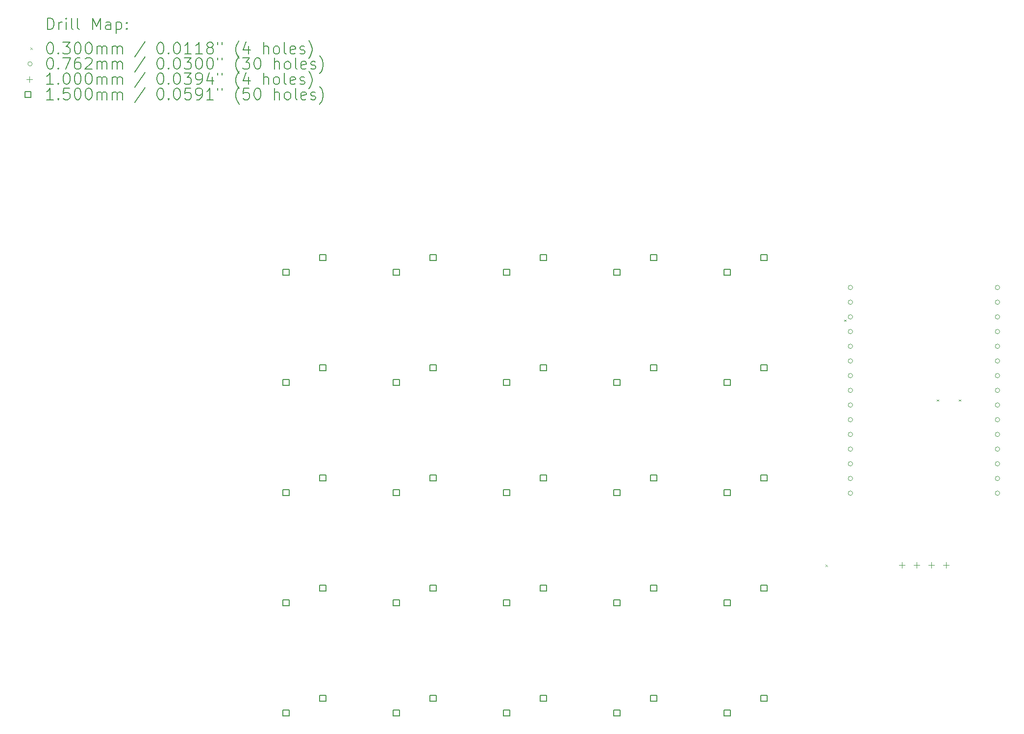
<source format=gbr>
%TF.GenerationSoftware,KiCad,Pcbnew,8.0.6*%
%TF.CreationDate,2024-10-21T09:57:55+07:00*%
%TF.ProjectId,CaiPad25_ESP32,43616950-6164-4323-955f-45535033322e,rev?*%
%TF.SameCoordinates,Original*%
%TF.FileFunction,Drillmap*%
%TF.FilePolarity,Positive*%
%FSLAX45Y45*%
G04 Gerber Fmt 4.5, Leading zero omitted, Abs format (unit mm)*
G04 Created by KiCad (PCBNEW 8.0.6) date 2024-10-21 09:57:55*
%MOMM*%
%LPD*%
G01*
G04 APERTURE LIST*
%ADD10C,0.200000*%
%ADD11C,0.100000*%
%ADD12C,0.150000*%
G04 APERTURE END LIST*
D10*
D11*
X13705000Y-9565000D02*
X13735000Y-9595000D01*
X13735000Y-9565000D02*
X13705000Y-9595000D01*
X14025000Y-5325000D02*
X14055000Y-5355000D01*
X14055000Y-5325000D02*
X14025000Y-5355000D01*
X15625000Y-6705000D02*
X15655000Y-6735000D01*
X15655000Y-6705000D02*
X15625000Y-6735000D01*
X16005000Y-6705000D02*
X16035000Y-6735000D01*
X16035000Y-6705000D02*
X16005000Y-6735000D01*
X14169521Y-4771421D02*
G75*
G02*
X14093321Y-4771421I-38100J0D01*
G01*
X14093321Y-4771421D02*
G75*
G02*
X14169521Y-4771421I38100J0D01*
G01*
X14169521Y-5025421D02*
G75*
G02*
X14093321Y-5025421I-38100J0D01*
G01*
X14093321Y-5025421D02*
G75*
G02*
X14169521Y-5025421I38100J0D01*
G01*
X14169521Y-5279421D02*
G75*
G02*
X14093321Y-5279421I-38100J0D01*
G01*
X14093321Y-5279421D02*
G75*
G02*
X14169521Y-5279421I38100J0D01*
G01*
X14169521Y-5533421D02*
G75*
G02*
X14093321Y-5533421I-38100J0D01*
G01*
X14093321Y-5533421D02*
G75*
G02*
X14169521Y-5533421I38100J0D01*
G01*
X14169521Y-5787421D02*
G75*
G02*
X14093321Y-5787421I-38100J0D01*
G01*
X14093321Y-5787421D02*
G75*
G02*
X14169521Y-5787421I38100J0D01*
G01*
X14169521Y-6041421D02*
G75*
G02*
X14093321Y-6041421I-38100J0D01*
G01*
X14093321Y-6041421D02*
G75*
G02*
X14169521Y-6041421I38100J0D01*
G01*
X14169521Y-6295421D02*
G75*
G02*
X14093321Y-6295421I-38100J0D01*
G01*
X14093321Y-6295421D02*
G75*
G02*
X14169521Y-6295421I38100J0D01*
G01*
X14169521Y-6549421D02*
G75*
G02*
X14093321Y-6549421I-38100J0D01*
G01*
X14093321Y-6549421D02*
G75*
G02*
X14169521Y-6549421I38100J0D01*
G01*
X14169521Y-6803421D02*
G75*
G02*
X14093321Y-6803421I-38100J0D01*
G01*
X14093321Y-6803421D02*
G75*
G02*
X14169521Y-6803421I38100J0D01*
G01*
X14169521Y-7057421D02*
G75*
G02*
X14093321Y-7057421I-38100J0D01*
G01*
X14093321Y-7057421D02*
G75*
G02*
X14169521Y-7057421I38100J0D01*
G01*
X14169521Y-7311421D02*
G75*
G02*
X14093321Y-7311421I-38100J0D01*
G01*
X14093321Y-7311421D02*
G75*
G02*
X14169521Y-7311421I38100J0D01*
G01*
X14169521Y-7565421D02*
G75*
G02*
X14093321Y-7565421I-38100J0D01*
G01*
X14093321Y-7565421D02*
G75*
G02*
X14169521Y-7565421I38100J0D01*
G01*
X14169521Y-7819421D02*
G75*
G02*
X14093321Y-7819421I-38100J0D01*
G01*
X14093321Y-7819421D02*
G75*
G02*
X14169521Y-7819421I38100J0D01*
G01*
X14169521Y-8073421D02*
G75*
G02*
X14093321Y-8073421I-38100J0D01*
G01*
X14093321Y-8073421D02*
G75*
G02*
X14169521Y-8073421I38100J0D01*
G01*
X14169521Y-8327421D02*
G75*
G02*
X14093321Y-8327421I-38100J0D01*
G01*
X14093321Y-8327421D02*
G75*
G02*
X14169521Y-8327421I38100J0D01*
G01*
X16709521Y-4771421D02*
G75*
G02*
X16633321Y-4771421I-38100J0D01*
G01*
X16633321Y-4771421D02*
G75*
G02*
X16709521Y-4771421I38100J0D01*
G01*
X16709521Y-5025421D02*
G75*
G02*
X16633321Y-5025421I-38100J0D01*
G01*
X16633321Y-5025421D02*
G75*
G02*
X16709521Y-5025421I38100J0D01*
G01*
X16709521Y-5279421D02*
G75*
G02*
X16633321Y-5279421I-38100J0D01*
G01*
X16633321Y-5279421D02*
G75*
G02*
X16709521Y-5279421I38100J0D01*
G01*
X16709521Y-5533421D02*
G75*
G02*
X16633321Y-5533421I-38100J0D01*
G01*
X16633321Y-5533421D02*
G75*
G02*
X16709521Y-5533421I38100J0D01*
G01*
X16709521Y-5787421D02*
G75*
G02*
X16633321Y-5787421I-38100J0D01*
G01*
X16633321Y-5787421D02*
G75*
G02*
X16709521Y-5787421I38100J0D01*
G01*
X16709521Y-6041421D02*
G75*
G02*
X16633321Y-6041421I-38100J0D01*
G01*
X16633321Y-6041421D02*
G75*
G02*
X16709521Y-6041421I38100J0D01*
G01*
X16709521Y-6295421D02*
G75*
G02*
X16633321Y-6295421I-38100J0D01*
G01*
X16633321Y-6295421D02*
G75*
G02*
X16709521Y-6295421I38100J0D01*
G01*
X16709521Y-6549421D02*
G75*
G02*
X16633321Y-6549421I-38100J0D01*
G01*
X16633321Y-6549421D02*
G75*
G02*
X16709521Y-6549421I38100J0D01*
G01*
X16709521Y-6803421D02*
G75*
G02*
X16633321Y-6803421I-38100J0D01*
G01*
X16633321Y-6803421D02*
G75*
G02*
X16709521Y-6803421I38100J0D01*
G01*
X16709521Y-7057421D02*
G75*
G02*
X16633321Y-7057421I-38100J0D01*
G01*
X16633321Y-7057421D02*
G75*
G02*
X16709521Y-7057421I38100J0D01*
G01*
X16709521Y-7311421D02*
G75*
G02*
X16633321Y-7311421I-38100J0D01*
G01*
X16633321Y-7311421D02*
G75*
G02*
X16709521Y-7311421I38100J0D01*
G01*
X16709521Y-7565421D02*
G75*
G02*
X16633321Y-7565421I-38100J0D01*
G01*
X16633321Y-7565421D02*
G75*
G02*
X16709521Y-7565421I38100J0D01*
G01*
X16709521Y-7819421D02*
G75*
G02*
X16633321Y-7819421I-38100J0D01*
G01*
X16633321Y-7819421D02*
G75*
G02*
X16709521Y-7819421I38100J0D01*
G01*
X16709521Y-8073421D02*
G75*
G02*
X16633321Y-8073421I-38100J0D01*
G01*
X16633321Y-8073421D02*
G75*
G02*
X16709521Y-8073421I38100J0D01*
G01*
X16709521Y-8327421D02*
G75*
G02*
X16633321Y-8327421I-38100J0D01*
G01*
X16633321Y-8327421D02*
G75*
G02*
X16709521Y-8327421I38100J0D01*
G01*
X15019000Y-9517000D02*
X15019000Y-9617000D01*
X14969000Y-9567000D02*
X15069000Y-9567000D01*
X15273000Y-9517000D02*
X15273000Y-9617000D01*
X15223000Y-9567000D02*
X15323000Y-9567000D01*
X15527000Y-9517000D02*
X15527000Y-9617000D01*
X15477000Y-9567000D02*
X15577000Y-9567000D01*
X15781000Y-9517000D02*
X15781000Y-9617000D01*
X15731000Y-9567000D02*
X15831000Y-9567000D01*
D12*
X4434534Y-4561534D02*
X4434534Y-4455467D01*
X4328467Y-4455467D01*
X4328467Y-4561534D01*
X4434534Y-4561534D01*
X4434534Y-6466533D02*
X4434534Y-6360466D01*
X4328467Y-6360466D01*
X4328467Y-6466533D01*
X4434534Y-6466533D01*
X4434534Y-8371533D02*
X4434534Y-8265466D01*
X4328467Y-8265466D01*
X4328467Y-8371533D01*
X4434534Y-8371533D01*
X4434534Y-10276534D02*
X4434534Y-10170467D01*
X4328467Y-10170467D01*
X4328467Y-10276534D01*
X4434534Y-10276534D01*
X4434534Y-12181533D02*
X4434534Y-12075466D01*
X4328467Y-12075466D01*
X4328467Y-12181533D01*
X4434534Y-12181533D01*
X5069534Y-4307534D02*
X5069534Y-4201467D01*
X4963467Y-4201467D01*
X4963467Y-4307534D01*
X5069534Y-4307534D01*
X5069534Y-6212533D02*
X5069534Y-6106466D01*
X4963467Y-6106466D01*
X4963467Y-6212533D01*
X5069534Y-6212533D01*
X5069534Y-8117533D02*
X5069534Y-8011466D01*
X4963467Y-8011466D01*
X4963467Y-8117533D01*
X5069534Y-8117533D01*
X5069534Y-10022534D02*
X5069534Y-9916467D01*
X4963467Y-9916467D01*
X4963467Y-10022534D01*
X5069534Y-10022534D01*
X5069534Y-11927533D02*
X5069534Y-11821466D01*
X4963467Y-11821466D01*
X4963467Y-11927533D01*
X5069534Y-11927533D01*
X6339533Y-4561534D02*
X6339533Y-4455467D01*
X6233466Y-4455467D01*
X6233466Y-4561534D01*
X6339533Y-4561534D01*
X6339533Y-6466533D02*
X6339533Y-6360466D01*
X6233466Y-6360466D01*
X6233466Y-6466533D01*
X6339533Y-6466533D01*
X6339533Y-8371533D02*
X6339533Y-8265466D01*
X6233466Y-8265466D01*
X6233466Y-8371533D01*
X6339533Y-8371533D01*
X6339533Y-10276534D02*
X6339533Y-10170467D01*
X6233466Y-10170467D01*
X6233466Y-10276534D01*
X6339533Y-10276534D01*
X6339533Y-12181533D02*
X6339533Y-12075466D01*
X6233466Y-12075466D01*
X6233466Y-12181533D01*
X6339533Y-12181533D01*
X6974533Y-4307534D02*
X6974533Y-4201467D01*
X6868466Y-4201467D01*
X6868466Y-4307534D01*
X6974533Y-4307534D01*
X6974533Y-6212533D02*
X6974533Y-6106466D01*
X6868466Y-6106466D01*
X6868466Y-6212533D01*
X6974533Y-6212533D01*
X6974533Y-8117533D02*
X6974533Y-8011466D01*
X6868466Y-8011466D01*
X6868466Y-8117533D01*
X6974533Y-8117533D01*
X6974533Y-10022534D02*
X6974533Y-9916467D01*
X6868466Y-9916467D01*
X6868466Y-10022534D01*
X6974533Y-10022534D01*
X6974533Y-11927533D02*
X6974533Y-11821466D01*
X6868466Y-11821466D01*
X6868466Y-11927533D01*
X6974533Y-11927533D01*
X8244533Y-4561534D02*
X8244533Y-4455467D01*
X8138466Y-4455467D01*
X8138466Y-4561534D01*
X8244533Y-4561534D01*
X8244533Y-6466533D02*
X8244533Y-6360466D01*
X8138466Y-6360466D01*
X8138466Y-6466533D01*
X8244533Y-6466533D01*
X8244533Y-8371533D02*
X8244533Y-8265466D01*
X8138466Y-8265466D01*
X8138466Y-8371533D01*
X8244533Y-8371533D01*
X8244533Y-10276534D02*
X8244533Y-10170467D01*
X8138466Y-10170467D01*
X8138466Y-10276534D01*
X8244533Y-10276534D01*
X8244533Y-12181533D02*
X8244533Y-12075466D01*
X8138466Y-12075466D01*
X8138466Y-12181533D01*
X8244533Y-12181533D01*
X8879534Y-4307534D02*
X8879534Y-4201467D01*
X8773467Y-4201467D01*
X8773467Y-4307534D01*
X8879534Y-4307534D01*
X8879534Y-6212533D02*
X8879534Y-6106466D01*
X8773467Y-6106466D01*
X8773467Y-6212533D01*
X8879534Y-6212533D01*
X8879534Y-8117533D02*
X8879534Y-8011466D01*
X8773467Y-8011466D01*
X8773467Y-8117533D01*
X8879534Y-8117533D01*
X8879534Y-10022534D02*
X8879534Y-9916467D01*
X8773467Y-9916467D01*
X8773467Y-10022534D01*
X8879534Y-10022534D01*
X8879534Y-11927533D02*
X8879534Y-11821466D01*
X8773467Y-11821466D01*
X8773467Y-11927533D01*
X8879534Y-11927533D01*
X10149534Y-4561534D02*
X10149534Y-4455467D01*
X10043467Y-4455467D01*
X10043467Y-4561534D01*
X10149534Y-4561534D01*
X10149534Y-6466533D02*
X10149534Y-6360466D01*
X10043467Y-6360466D01*
X10043467Y-6466533D01*
X10149534Y-6466533D01*
X10149534Y-8371533D02*
X10149534Y-8265466D01*
X10043467Y-8265466D01*
X10043467Y-8371533D01*
X10149534Y-8371533D01*
X10149534Y-10276534D02*
X10149534Y-10170467D01*
X10043467Y-10170467D01*
X10043467Y-10276534D01*
X10149534Y-10276534D01*
X10149534Y-12181533D02*
X10149534Y-12075466D01*
X10043467Y-12075466D01*
X10043467Y-12181533D01*
X10149534Y-12181533D01*
X10784534Y-4307534D02*
X10784534Y-4201467D01*
X10678467Y-4201467D01*
X10678467Y-4307534D01*
X10784534Y-4307534D01*
X10784534Y-6212533D02*
X10784534Y-6106466D01*
X10678467Y-6106466D01*
X10678467Y-6212533D01*
X10784534Y-6212533D01*
X10784534Y-8117533D02*
X10784534Y-8011466D01*
X10678467Y-8011466D01*
X10678467Y-8117533D01*
X10784534Y-8117533D01*
X10784534Y-10022534D02*
X10784534Y-9916467D01*
X10678467Y-9916467D01*
X10678467Y-10022534D01*
X10784534Y-10022534D01*
X10784534Y-11927533D02*
X10784534Y-11821466D01*
X10678467Y-11821466D01*
X10678467Y-11927533D01*
X10784534Y-11927533D01*
X12054533Y-4561534D02*
X12054533Y-4455467D01*
X11948466Y-4455467D01*
X11948466Y-4561534D01*
X12054533Y-4561534D01*
X12054533Y-6466533D02*
X12054533Y-6360466D01*
X11948466Y-6360466D01*
X11948466Y-6466533D01*
X12054533Y-6466533D01*
X12054533Y-8371533D02*
X12054533Y-8265466D01*
X11948466Y-8265466D01*
X11948466Y-8371533D01*
X12054533Y-8371533D01*
X12054533Y-10276534D02*
X12054533Y-10170467D01*
X11948466Y-10170467D01*
X11948466Y-10276534D01*
X12054533Y-10276534D01*
X12054533Y-12181533D02*
X12054533Y-12075466D01*
X11948466Y-12075466D01*
X11948466Y-12181533D01*
X12054533Y-12181533D01*
X12689533Y-4307534D02*
X12689533Y-4201467D01*
X12583466Y-4201467D01*
X12583466Y-4307534D01*
X12689533Y-4307534D01*
X12689533Y-6212533D02*
X12689533Y-6106466D01*
X12583466Y-6106466D01*
X12583466Y-6212533D01*
X12689533Y-6212533D01*
X12689533Y-8117533D02*
X12689533Y-8011466D01*
X12583466Y-8011466D01*
X12583466Y-8117533D01*
X12689533Y-8117533D01*
X12689533Y-10022534D02*
X12689533Y-9916467D01*
X12583466Y-9916467D01*
X12583466Y-10022534D01*
X12689533Y-10022534D01*
X12689533Y-11927533D02*
X12689533Y-11821466D01*
X12583466Y-11821466D01*
X12583466Y-11927533D01*
X12689533Y-11927533D01*
D10*
X260777Y-311484D02*
X260777Y-111484D01*
X260777Y-111484D02*
X308396Y-111484D01*
X308396Y-111484D02*
X336967Y-121008D01*
X336967Y-121008D02*
X356015Y-140055D01*
X356015Y-140055D02*
X365539Y-159103D01*
X365539Y-159103D02*
X375062Y-197198D01*
X375062Y-197198D02*
X375062Y-225769D01*
X375062Y-225769D02*
X365539Y-263865D01*
X365539Y-263865D02*
X356015Y-282912D01*
X356015Y-282912D02*
X336967Y-301960D01*
X336967Y-301960D02*
X308396Y-311484D01*
X308396Y-311484D02*
X260777Y-311484D01*
X460777Y-311484D02*
X460777Y-178150D01*
X460777Y-216246D02*
X470301Y-197198D01*
X470301Y-197198D02*
X479824Y-187674D01*
X479824Y-187674D02*
X498872Y-178150D01*
X498872Y-178150D02*
X517920Y-178150D01*
X584586Y-311484D02*
X584586Y-178150D01*
X584586Y-111484D02*
X575063Y-121008D01*
X575063Y-121008D02*
X584586Y-130531D01*
X584586Y-130531D02*
X594110Y-121008D01*
X594110Y-121008D02*
X584586Y-111484D01*
X584586Y-111484D02*
X584586Y-130531D01*
X708396Y-311484D02*
X689348Y-301960D01*
X689348Y-301960D02*
X679824Y-282912D01*
X679824Y-282912D02*
X679824Y-111484D01*
X813158Y-311484D02*
X794110Y-301960D01*
X794110Y-301960D02*
X784586Y-282912D01*
X784586Y-282912D02*
X784586Y-111484D01*
X1041729Y-311484D02*
X1041729Y-111484D01*
X1041729Y-111484D02*
X1108396Y-254341D01*
X1108396Y-254341D02*
X1175063Y-111484D01*
X1175063Y-111484D02*
X1175063Y-311484D01*
X1356015Y-311484D02*
X1356015Y-206722D01*
X1356015Y-206722D02*
X1346491Y-187674D01*
X1346491Y-187674D02*
X1327444Y-178150D01*
X1327444Y-178150D02*
X1289348Y-178150D01*
X1289348Y-178150D02*
X1270301Y-187674D01*
X1356015Y-301960D02*
X1336967Y-311484D01*
X1336967Y-311484D02*
X1289348Y-311484D01*
X1289348Y-311484D02*
X1270301Y-301960D01*
X1270301Y-301960D02*
X1260777Y-282912D01*
X1260777Y-282912D02*
X1260777Y-263865D01*
X1260777Y-263865D02*
X1270301Y-244817D01*
X1270301Y-244817D02*
X1289348Y-235293D01*
X1289348Y-235293D02*
X1336967Y-235293D01*
X1336967Y-235293D02*
X1356015Y-225769D01*
X1451253Y-178150D02*
X1451253Y-378150D01*
X1451253Y-187674D02*
X1470301Y-178150D01*
X1470301Y-178150D02*
X1508396Y-178150D01*
X1508396Y-178150D02*
X1527443Y-187674D01*
X1527443Y-187674D02*
X1536967Y-197198D01*
X1536967Y-197198D02*
X1546491Y-216246D01*
X1546491Y-216246D02*
X1546491Y-273389D01*
X1546491Y-273389D02*
X1536967Y-292436D01*
X1536967Y-292436D02*
X1527443Y-301960D01*
X1527443Y-301960D02*
X1508396Y-311484D01*
X1508396Y-311484D02*
X1470301Y-311484D01*
X1470301Y-311484D02*
X1451253Y-301960D01*
X1632205Y-292436D02*
X1641729Y-301960D01*
X1641729Y-301960D02*
X1632205Y-311484D01*
X1632205Y-311484D02*
X1622682Y-301960D01*
X1622682Y-301960D02*
X1632205Y-292436D01*
X1632205Y-292436D02*
X1632205Y-311484D01*
X1632205Y-187674D02*
X1641729Y-197198D01*
X1641729Y-197198D02*
X1632205Y-206722D01*
X1632205Y-206722D02*
X1622682Y-197198D01*
X1622682Y-197198D02*
X1632205Y-187674D01*
X1632205Y-187674D02*
X1632205Y-206722D01*
D11*
X-30000Y-625000D02*
X0Y-655000D01*
X0Y-625000D02*
X-30000Y-655000D01*
D10*
X298872Y-531484D02*
X317920Y-531484D01*
X317920Y-531484D02*
X336967Y-541008D01*
X336967Y-541008D02*
X346491Y-550531D01*
X346491Y-550531D02*
X356015Y-569579D01*
X356015Y-569579D02*
X365539Y-607674D01*
X365539Y-607674D02*
X365539Y-655293D01*
X365539Y-655293D02*
X356015Y-693389D01*
X356015Y-693389D02*
X346491Y-712436D01*
X346491Y-712436D02*
X336967Y-721960D01*
X336967Y-721960D02*
X317920Y-731484D01*
X317920Y-731484D02*
X298872Y-731484D01*
X298872Y-731484D02*
X279824Y-721960D01*
X279824Y-721960D02*
X270301Y-712436D01*
X270301Y-712436D02*
X260777Y-693389D01*
X260777Y-693389D02*
X251253Y-655293D01*
X251253Y-655293D02*
X251253Y-607674D01*
X251253Y-607674D02*
X260777Y-569579D01*
X260777Y-569579D02*
X270301Y-550531D01*
X270301Y-550531D02*
X279824Y-541008D01*
X279824Y-541008D02*
X298872Y-531484D01*
X451253Y-712436D02*
X460777Y-721960D01*
X460777Y-721960D02*
X451253Y-731484D01*
X451253Y-731484D02*
X441729Y-721960D01*
X441729Y-721960D02*
X451253Y-712436D01*
X451253Y-712436D02*
X451253Y-731484D01*
X527444Y-531484D02*
X651253Y-531484D01*
X651253Y-531484D02*
X584586Y-607674D01*
X584586Y-607674D02*
X613158Y-607674D01*
X613158Y-607674D02*
X632205Y-617198D01*
X632205Y-617198D02*
X641729Y-626722D01*
X641729Y-626722D02*
X651253Y-645770D01*
X651253Y-645770D02*
X651253Y-693389D01*
X651253Y-693389D02*
X641729Y-712436D01*
X641729Y-712436D02*
X632205Y-721960D01*
X632205Y-721960D02*
X613158Y-731484D01*
X613158Y-731484D02*
X556015Y-731484D01*
X556015Y-731484D02*
X536967Y-721960D01*
X536967Y-721960D02*
X527444Y-712436D01*
X775062Y-531484D02*
X794110Y-531484D01*
X794110Y-531484D02*
X813158Y-541008D01*
X813158Y-541008D02*
X822682Y-550531D01*
X822682Y-550531D02*
X832205Y-569579D01*
X832205Y-569579D02*
X841729Y-607674D01*
X841729Y-607674D02*
X841729Y-655293D01*
X841729Y-655293D02*
X832205Y-693389D01*
X832205Y-693389D02*
X822682Y-712436D01*
X822682Y-712436D02*
X813158Y-721960D01*
X813158Y-721960D02*
X794110Y-731484D01*
X794110Y-731484D02*
X775062Y-731484D01*
X775062Y-731484D02*
X756015Y-721960D01*
X756015Y-721960D02*
X746491Y-712436D01*
X746491Y-712436D02*
X736967Y-693389D01*
X736967Y-693389D02*
X727443Y-655293D01*
X727443Y-655293D02*
X727443Y-607674D01*
X727443Y-607674D02*
X736967Y-569579D01*
X736967Y-569579D02*
X746491Y-550531D01*
X746491Y-550531D02*
X756015Y-541008D01*
X756015Y-541008D02*
X775062Y-531484D01*
X965539Y-531484D02*
X984586Y-531484D01*
X984586Y-531484D02*
X1003634Y-541008D01*
X1003634Y-541008D02*
X1013158Y-550531D01*
X1013158Y-550531D02*
X1022682Y-569579D01*
X1022682Y-569579D02*
X1032205Y-607674D01*
X1032205Y-607674D02*
X1032205Y-655293D01*
X1032205Y-655293D02*
X1022682Y-693389D01*
X1022682Y-693389D02*
X1013158Y-712436D01*
X1013158Y-712436D02*
X1003634Y-721960D01*
X1003634Y-721960D02*
X984586Y-731484D01*
X984586Y-731484D02*
X965539Y-731484D01*
X965539Y-731484D02*
X946491Y-721960D01*
X946491Y-721960D02*
X936967Y-712436D01*
X936967Y-712436D02*
X927443Y-693389D01*
X927443Y-693389D02*
X917920Y-655293D01*
X917920Y-655293D02*
X917920Y-607674D01*
X917920Y-607674D02*
X927443Y-569579D01*
X927443Y-569579D02*
X936967Y-550531D01*
X936967Y-550531D02*
X946491Y-541008D01*
X946491Y-541008D02*
X965539Y-531484D01*
X1117920Y-731484D02*
X1117920Y-598150D01*
X1117920Y-617198D02*
X1127444Y-607674D01*
X1127444Y-607674D02*
X1146491Y-598150D01*
X1146491Y-598150D02*
X1175063Y-598150D01*
X1175063Y-598150D02*
X1194110Y-607674D01*
X1194110Y-607674D02*
X1203634Y-626722D01*
X1203634Y-626722D02*
X1203634Y-731484D01*
X1203634Y-626722D02*
X1213158Y-607674D01*
X1213158Y-607674D02*
X1232205Y-598150D01*
X1232205Y-598150D02*
X1260777Y-598150D01*
X1260777Y-598150D02*
X1279825Y-607674D01*
X1279825Y-607674D02*
X1289348Y-626722D01*
X1289348Y-626722D02*
X1289348Y-731484D01*
X1384586Y-731484D02*
X1384586Y-598150D01*
X1384586Y-617198D02*
X1394110Y-607674D01*
X1394110Y-607674D02*
X1413158Y-598150D01*
X1413158Y-598150D02*
X1441729Y-598150D01*
X1441729Y-598150D02*
X1460777Y-607674D01*
X1460777Y-607674D02*
X1470301Y-626722D01*
X1470301Y-626722D02*
X1470301Y-731484D01*
X1470301Y-626722D02*
X1479824Y-607674D01*
X1479824Y-607674D02*
X1498872Y-598150D01*
X1498872Y-598150D02*
X1527443Y-598150D01*
X1527443Y-598150D02*
X1546491Y-607674D01*
X1546491Y-607674D02*
X1556015Y-626722D01*
X1556015Y-626722D02*
X1556015Y-731484D01*
X1946491Y-521960D02*
X1775063Y-779103D01*
X2203634Y-531484D02*
X2222682Y-531484D01*
X2222682Y-531484D02*
X2241729Y-541008D01*
X2241729Y-541008D02*
X2251253Y-550531D01*
X2251253Y-550531D02*
X2260777Y-569579D01*
X2260777Y-569579D02*
X2270301Y-607674D01*
X2270301Y-607674D02*
X2270301Y-655293D01*
X2270301Y-655293D02*
X2260777Y-693389D01*
X2260777Y-693389D02*
X2251253Y-712436D01*
X2251253Y-712436D02*
X2241729Y-721960D01*
X2241729Y-721960D02*
X2222682Y-731484D01*
X2222682Y-731484D02*
X2203634Y-731484D01*
X2203634Y-731484D02*
X2184587Y-721960D01*
X2184587Y-721960D02*
X2175063Y-712436D01*
X2175063Y-712436D02*
X2165539Y-693389D01*
X2165539Y-693389D02*
X2156015Y-655293D01*
X2156015Y-655293D02*
X2156015Y-607674D01*
X2156015Y-607674D02*
X2165539Y-569579D01*
X2165539Y-569579D02*
X2175063Y-550531D01*
X2175063Y-550531D02*
X2184587Y-541008D01*
X2184587Y-541008D02*
X2203634Y-531484D01*
X2356015Y-712436D02*
X2365539Y-721960D01*
X2365539Y-721960D02*
X2356015Y-731484D01*
X2356015Y-731484D02*
X2346491Y-721960D01*
X2346491Y-721960D02*
X2356015Y-712436D01*
X2356015Y-712436D02*
X2356015Y-731484D01*
X2489348Y-531484D02*
X2508396Y-531484D01*
X2508396Y-531484D02*
X2527444Y-541008D01*
X2527444Y-541008D02*
X2536968Y-550531D01*
X2536968Y-550531D02*
X2546491Y-569579D01*
X2546491Y-569579D02*
X2556015Y-607674D01*
X2556015Y-607674D02*
X2556015Y-655293D01*
X2556015Y-655293D02*
X2546491Y-693389D01*
X2546491Y-693389D02*
X2536968Y-712436D01*
X2536968Y-712436D02*
X2527444Y-721960D01*
X2527444Y-721960D02*
X2508396Y-731484D01*
X2508396Y-731484D02*
X2489348Y-731484D01*
X2489348Y-731484D02*
X2470301Y-721960D01*
X2470301Y-721960D02*
X2460777Y-712436D01*
X2460777Y-712436D02*
X2451253Y-693389D01*
X2451253Y-693389D02*
X2441729Y-655293D01*
X2441729Y-655293D02*
X2441729Y-607674D01*
X2441729Y-607674D02*
X2451253Y-569579D01*
X2451253Y-569579D02*
X2460777Y-550531D01*
X2460777Y-550531D02*
X2470301Y-541008D01*
X2470301Y-541008D02*
X2489348Y-531484D01*
X2746491Y-731484D02*
X2632206Y-731484D01*
X2689348Y-731484D02*
X2689348Y-531484D01*
X2689348Y-531484D02*
X2670301Y-560055D01*
X2670301Y-560055D02*
X2651253Y-579103D01*
X2651253Y-579103D02*
X2632206Y-588627D01*
X2936967Y-731484D02*
X2822682Y-731484D01*
X2879825Y-731484D02*
X2879825Y-531484D01*
X2879825Y-531484D02*
X2860777Y-560055D01*
X2860777Y-560055D02*
X2841729Y-579103D01*
X2841729Y-579103D02*
X2822682Y-588627D01*
X3051253Y-617198D02*
X3032206Y-607674D01*
X3032206Y-607674D02*
X3022682Y-598150D01*
X3022682Y-598150D02*
X3013158Y-579103D01*
X3013158Y-579103D02*
X3013158Y-569579D01*
X3013158Y-569579D02*
X3022682Y-550531D01*
X3022682Y-550531D02*
X3032206Y-541008D01*
X3032206Y-541008D02*
X3051253Y-531484D01*
X3051253Y-531484D02*
X3089348Y-531484D01*
X3089348Y-531484D02*
X3108396Y-541008D01*
X3108396Y-541008D02*
X3117920Y-550531D01*
X3117920Y-550531D02*
X3127444Y-569579D01*
X3127444Y-569579D02*
X3127444Y-579103D01*
X3127444Y-579103D02*
X3117920Y-598150D01*
X3117920Y-598150D02*
X3108396Y-607674D01*
X3108396Y-607674D02*
X3089348Y-617198D01*
X3089348Y-617198D02*
X3051253Y-617198D01*
X3051253Y-617198D02*
X3032206Y-626722D01*
X3032206Y-626722D02*
X3022682Y-636246D01*
X3022682Y-636246D02*
X3013158Y-655293D01*
X3013158Y-655293D02*
X3013158Y-693389D01*
X3013158Y-693389D02*
X3022682Y-712436D01*
X3022682Y-712436D02*
X3032206Y-721960D01*
X3032206Y-721960D02*
X3051253Y-731484D01*
X3051253Y-731484D02*
X3089348Y-731484D01*
X3089348Y-731484D02*
X3108396Y-721960D01*
X3108396Y-721960D02*
X3117920Y-712436D01*
X3117920Y-712436D02*
X3127444Y-693389D01*
X3127444Y-693389D02*
X3127444Y-655293D01*
X3127444Y-655293D02*
X3117920Y-636246D01*
X3117920Y-636246D02*
X3108396Y-626722D01*
X3108396Y-626722D02*
X3089348Y-617198D01*
X3203634Y-531484D02*
X3203634Y-569579D01*
X3279825Y-531484D02*
X3279825Y-569579D01*
X3575063Y-807674D02*
X3565539Y-798150D01*
X3565539Y-798150D02*
X3546491Y-769579D01*
X3546491Y-769579D02*
X3536968Y-750531D01*
X3536968Y-750531D02*
X3527444Y-721960D01*
X3527444Y-721960D02*
X3517920Y-674341D01*
X3517920Y-674341D02*
X3517920Y-636246D01*
X3517920Y-636246D02*
X3527444Y-588627D01*
X3527444Y-588627D02*
X3536968Y-560055D01*
X3536968Y-560055D02*
X3546491Y-541008D01*
X3546491Y-541008D02*
X3565539Y-512436D01*
X3565539Y-512436D02*
X3575063Y-502912D01*
X3736968Y-598150D02*
X3736968Y-731484D01*
X3689348Y-521960D02*
X3641729Y-664817D01*
X3641729Y-664817D02*
X3765539Y-664817D01*
X3994110Y-731484D02*
X3994110Y-531484D01*
X4079825Y-731484D02*
X4079825Y-626722D01*
X4079825Y-626722D02*
X4070301Y-607674D01*
X4070301Y-607674D02*
X4051253Y-598150D01*
X4051253Y-598150D02*
X4022682Y-598150D01*
X4022682Y-598150D02*
X4003634Y-607674D01*
X4003634Y-607674D02*
X3994110Y-617198D01*
X4203634Y-731484D02*
X4184587Y-721960D01*
X4184587Y-721960D02*
X4175063Y-712436D01*
X4175063Y-712436D02*
X4165539Y-693389D01*
X4165539Y-693389D02*
X4165539Y-636246D01*
X4165539Y-636246D02*
X4175063Y-617198D01*
X4175063Y-617198D02*
X4184587Y-607674D01*
X4184587Y-607674D02*
X4203634Y-598150D01*
X4203634Y-598150D02*
X4232206Y-598150D01*
X4232206Y-598150D02*
X4251253Y-607674D01*
X4251253Y-607674D02*
X4260777Y-617198D01*
X4260777Y-617198D02*
X4270301Y-636246D01*
X4270301Y-636246D02*
X4270301Y-693389D01*
X4270301Y-693389D02*
X4260777Y-712436D01*
X4260777Y-712436D02*
X4251253Y-721960D01*
X4251253Y-721960D02*
X4232206Y-731484D01*
X4232206Y-731484D02*
X4203634Y-731484D01*
X4384587Y-731484D02*
X4365539Y-721960D01*
X4365539Y-721960D02*
X4356015Y-702912D01*
X4356015Y-702912D02*
X4356015Y-531484D01*
X4536968Y-721960D02*
X4517920Y-731484D01*
X4517920Y-731484D02*
X4479825Y-731484D01*
X4479825Y-731484D02*
X4460777Y-721960D01*
X4460777Y-721960D02*
X4451253Y-702912D01*
X4451253Y-702912D02*
X4451253Y-626722D01*
X4451253Y-626722D02*
X4460777Y-607674D01*
X4460777Y-607674D02*
X4479825Y-598150D01*
X4479825Y-598150D02*
X4517920Y-598150D01*
X4517920Y-598150D02*
X4536968Y-607674D01*
X4536968Y-607674D02*
X4546492Y-626722D01*
X4546492Y-626722D02*
X4546492Y-645770D01*
X4546492Y-645770D02*
X4451253Y-664817D01*
X4622682Y-721960D02*
X4641730Y-731484D01*
X4641730Y-731484D02*
X4679825Y-731484D01*
X4679825Y-731484D02*
X4698873Y-721960D01*
X4698873Y-721960D02*
X4708396Y-702912D01*
X4708396Y-702912D02*
X4708396Y-693389D01*
X4708396Y-693389D02*
X4698873Y-674341D01*
X4698873Y-674341D02*
X4679825Y-664817D01*
X4679825Y-664817D02*
X4651253Y-664817D01*
X4651253Y-664817D02*
X4632206Y-655293D01*
X4632206Y-655293D02*
X4622682Y-636246D01*
X4622682Y-636246D02*
X4622682Y-626722D01*
X4622682Y-626722D02*
X4632206Y-607674D01*
X4632206Y-607674D02*
X4651253Y-598150D01*
X4651253Y-598150D02*
X4679825Y-598150D01*
X4679825Y-598150D02*
X4698873Y-607674D01*
X4775063Y-807674D02*
X4784587Y-798150D01*
X4784587Y-798150D02*
X4803634Y-769579D01*
X4803634Y-769579D02*
X4813158Y-750531D01*
X4813158Y-750531D02*
X4822682Y-721960D01*
X4822682Y-721960D02*
X4832206Y-674341D01*
X4832206Y-674341D02*
X4832206Y-636246D01*
X4832206Y-636246D02*
X4822682Y-588627D01*
X4822682Y-588627D02*
X4813158Y-560055D01*
X4813158Y-560055D02*
X4803634Y-541008D01*
X4803634Y-541008D02*
X4784587Y-512436D01*
X4784587Y-512436D02*
X4775063Y-502912D01*
D11*
X0Y-904000D02*
G75*
G02*
X-76200Y-904000I-38100J0D01*
G01*
X-76200Y-904000D02*
G75*
G02*
X0Y-904000I38100J0D01*
G01*
D10*
X298872Y-795484D02*
X317920Y-795484D01*
X317920Y-795484D02*
X336967Y-805008D01*
X336967Y-805008D02*
X346491Y-814531D01*
X346491Y-814531D02*
X356015Y-833579D01*
X356015Y-833579D02*
X365539Y-871674D01*
X365539Y-871674D02*
X365539Y-919293D01*
X365539Y-919293D02*
X356015Y-957388D01*
X356015Y-957388D02*
X346491Y-976436D01*
X346491Y-976436D02*
X336967Y-985960D01*
X336967Y-985960D02*
X317920Y-995484D01*
X317920Y-995484D02*
X298872Y-995484D01*
X298872Y-995484D02*
X279824Y-985960D01*
X279824Y-985960D02*
X270301Y-976436D01*
X270301Y-976436D02*
X260777Y-957388D01*
X260777Y-957388D02*
X251253Y-919293D01*
X251253Y-919293D02*
X251253Y-871674D01*
X251253Y-871674D02*
X260777Y-833579D01*
X260777Y-833579D02*
X270301Y-814531D01*
X270301Y-814531D02*
X279824Y-805008D01*
X279824Y-805008D02*
X298872Y-795484D01*
X451253Y-976436D02*
X460777Y-985960D01*
X460777Y-985960D02*
X451253Y-995484D01*
X451253Y-995484D02*
X441729Y-985960D01*
X441729Y-985960D02*
X451253Y-976436D01*
X451253Y-976436D02*
X451253Y-995484D01*
X527444Y-795484D02*
X660777Y-795484D01*
X660777Y-795484D02*
X575063Y-995484D01*
X822682Y-795484D02*
X784586Y-795484D01*
X784586Y-795484D02*
X765539Y-805008D01*
X765539Y-805008D02*
X756015Y-814531D01*
X756015Y-814531D02*
X736967Y-843103D01*
X736967Y-843103D02*
X727443Y-881198D01*
X727443Y-881198D02*
X727443Y-957388D01*
X727443Y-957388D02*
X736967Y-976436D01*
X736967Y-976436D02*
X746491Y-985960D01*
X746491Y-985960D02*
X765539Y-995484D01*
X765539Y-995484D02*
X803634Y-995484D01*
X803634Y-995484D02*
X822682Y-985960D01*
X822682Y-985960D02*
X832205Y-976436D01*
X832205Y-976436D02*
X841729Y-957388D01*
X841729Y-957388D02*
X841729Y-909769D01*
X841729Y-909769D02*
X832205Y-890722D01*
X832205Y-890722D02*
X822682Y-881198D01*
X822682Y-881198D02*
X803634Y-871674D01*
X803634Y-871674D02*
X765539Y-871674D01*
X765539Y-871674D02*
X746491Y-881198D01*
X746491Y-881198D02*
X736967Y-890722D01*
X736967Y-890722D02*
X727443Y-909769D01*
X917920Y-814531D02*
X927443Y-805008D01*
X927443Y-805008D02*
X946491Y-795484D01*
X946491Y-795484D02*
X994110Y-795484D01*
X994110Y-795484D02*
X1013158Y-805008D01*
X1013158Y-805008D02*
X1022682Y-814531D01*
X1022682Y-814531D02*
X1032205Y-833579D01*
X1032205Y-833579D02*
X1032205Y-852627D01*
X1032205Y-852627D02*
X1022682Y-881198D01*
X1022682Y-881198D02*
X908396Y-995484D01*
X908396Y-995484D02*
X1032205Y-995484D01*
X1117920Y-995484D02*
X1117920Y-862150D01*
X1117920Y-881198D02*
X1127444Y-871674D01*
X1127444Y-871674D02*
X1146491Y-862150D01*
X1146491Y-862150D02*
X1175063Y-862150D01*
X1175063Y-862150D02*
X1194110Y-871674D01*
X1194110Y-871674D02*
X1203634Y-890722D01*
X1203634Y-890722D02*
X1203634Y-995484D01*
X1203634Y-890722D02*
X1213158Y-871674D01*
X1213158Y-871674D02*
X1232205Y-862150D01*
X1232205Y-862150D02*
X1260777Y-862150D01*
X1260777Y-862150D02*
X1279825Y-871674D01*
X1279825Y-871674D02*
X1289348Y-890722D01*
X1289348Y-890722D02*
X1289348Y-995484D01*
X1384586Y-995484D02*
X1384586Y-862150D01*
X1384586Y-881198D02*
X1394110Y-871674D01*
X1394110Y-871674D02*
X1413158Y-862150D01*
X1413158Y-862150D02*
X1441729Y-862150D01*
X1441729Y-862150D02*
X1460777Y-871674D01*
X1460777Y-871674D02*
X1470301Y-890722D01*
X1470301Y-890722D02*
X1470301Y-995484D01*
X1470301Y-890722D02*
X1479824Y-871674D01*
X1479824Y-871674D02*
X1498872Y-862150D01*
X1498872Y-862150D02*
X1527443Y-862150D01*
X1527443Y-862150D02*
X1546491Y-871674D01*
X1546491Y-871674D02*
X1556015Y-890722D01*
X1556015Y-890722D02*
X1556015Y-995484D01*
X1946491Y-785960D02*
X1775063Y-1043103D01*
X2203634Y-795484D02*
X2222682Y-795484D01*
X2222682Y-795484D02*
X2241729Y-805008D01*
X2241729Y-805008D02*
X2251253Y-814531D01*
X2251253Y-814531D02*
X2260777Y-833579D01*
X2260777Y-833579D02*
X2270301Y-871674D01*
X2270301Y-871674D02*
X2270301Y-919293D01*
X2270301Y-919293D02*
X2260777Y-957388D01*
X2260777Y-957388D02*
X2251253Y-976436D01*
X2251253Y-976436D02*
X2241729Y-985960D01*
X2241729Y-985960D02*
X2222682Y-995484D01*
X2222682Y-995484D02*
X2203634Y-995484D01*
X2203634Y-995484D02*
X2184587Y-985960D01*
X2184587Y-985960D02*
X2175063Y-976436D01*
X2175063Y-976436D02*
X2165539Y-957388D01*
X2165539Y-957388D02*
X2156015Y-919293D01*
X2156015Y-919293D02*
X2156015Y-871674D01*
X2156015Y-871674D02*
X2165539Y-833579D01*
X2165539Y-833579D02*
X2175063Y-814531D01*
X2175063Y-814531D02*
X2184587Y-805008D01*
X2184587Y-805008D02*
X2203634Y-795484D01*
X2356015Y-976436D02*
X2365539Y-985960D01*
X2365539Y-985960D02*
X2356015Y-995484D01*
X2356015Y-995484D02*
X2346491Y-985960D01*
X2346491Y-985960D02*
X2356015Y-976436D01*
X2356015Y-976436D02*
X2356015Y-995484D01*
X2489348Y-795484D02*
X2508396Y-795484D01*
X2508396Y-795484D02*
X2527444Y-805008D01*
X2527444Y-805008D02*
X2536968Y-814531D01*
X2536968Y-814531D02*
X2546491Y-833579D01*
X2546491Y-833579D02*
X2556015Y-871674D01*
X2556015Y-871674D02*
X2556015Y-919293D01*
X2556015Y-919293D02*
X2546491Y-957388D01*
X2546491Y-957388D02*
X2536968Y-976436D01*
X2536968Y-976436D02*
X2527444Y-985960D01*
X2527444Y-985960D02*
X2508396Y-995484D01*
X2508396Y-995484D02*
X2489348Y-995484D01*
X2489348Y-995484D02*
X2470301Y-985960D01*
X2470301Y-985960D02*
X2460777Y-976436D01*
X2460777Y-976436D02*
X2451253Y-957388D01*
X2451253Y-957388D02*
X2441729Y-919293D01*
X2441729Y-919293D02*
X2441729Y-871674D01*
X2441729Y-871674D02*
X2451253Y-833579D01*
X2451253Y-833579D02*
X2460777Y-814531D01*
X2460777Y-814531D02*
X2470301Y-805008D01*
X2470301Y-805008D02*
X2489348Y-795484D01*
X2622682Y-795484D02*
X2746491Y-795484D01*
X2746491Y-795484D02*
X2679825Y-871674D01*
X2679825Y-871674D02*
X2708396Y-871674D01*
X2708396Y-871674D02*
X2727444Y-881198D01*
X2727444Y-881198D02*
X2736968Y-890722D01*
X2736968Y-890722D02*
X2746491Y-909769D01*
X2746491Y-909769D02*
X2746491Y-957388D01*
X2746491Y-957388D02*
X2736968Y-976436D01*
X2736968Y-976436D02*
X2727444Y-985960D01*
X2727444Y-985960D02*
X2708396Y-995484D01*
X2708396Y-995484D02*
X2651253Y-995484D01*
X2651253Y-995484D02*
X2632206Y-985960D01*
X2632206Y-985960D02*
X2622682Y-976436D01*
X2870301Y-795484D02*
X2889348Y-795484D01*
X2889348Y-795484D02*
X2908396Y-805008D01*
X2908396Y-805008D02*
X2917920Y-814531D01*
X2917920Y-814531D02*
X2927444Y-833579D01*
X2927444Y-833579D02*
X2936967Y-871674D01*
X2936967Y-871674D02*
X2936967Y-919293D01*
X2936967Y-919293D02*
X2927444Y-957388D01*
X2927444Y-957388D02*
X2917920Y-976436D01*
X2917920Y-976436D02*
X2908396Y-985960D01*
X2908396Y-985960D02*
X2889348Y-995484D01*
X2889348Y-995484D02*
X2870301Y-995484D01*
X2870301Y-995484D02*
X2851253Y-985960D01*
X2851253Y-985960D02*
X2841729Y-976436D01*
X2841729Y-976436D02*
X2832206Y-957388D01*
X2832206Y-957388D02*
X2822682Y-919293D01*
X2822682Y-919293D02*
X2822682Y-871674D01*
X2822682Y-871674D02*
X2832206Y-833579D01*
X2832206Y-833579D02*
X2841729Y-814531D01*
X2841729Y-814531D02*
X2851253Y-805008D01*
X2851253Y-805008D02*
X2870301Y-795484D01*
X3060777Y-795484D02*
X3079825Y-795484D01*
X3079825Y-795484D02*
X3098872Y-805008D01*
X3098872Y-805008D02*
X3108396Y-814531D01*
X3108396Y-814531D02*
X3117920Y-833579D01*
X3117920Y-833579D02*
X3127444Y-871674D01*
X3127444Y-871674D02*
X3127444Y-919293D01*
X3127444Y-919293D02*
X3117920Y-957388D01*
X3117920Y-957388D02*
X3108396Y-976436D01*
X3108396Y-976436D02*
X3098872Y-985960D01*
X3098872Y-985960D02*
X3079825Y-995484D01*
X3079825Y-995484D02*
X3060777Y-995484D01*
X3060777Y-995484D02*
X3041729Y-985960D01*
X3041729Y-985960D02*
X3032206Y-976436D01*
X3032206Y-976436D02*
X3022682Y-957388D01*
X3022682Y-957388D02*
X3013158Y-919293D01*
X3013158Y-919293D02*
X3013158Y-871674D01*
X3013158Y-871674D02*
X3022682Y-833579D01*
X3022682Y-833579D02*
X3032206Y-814531D01*
X3032206Y-814531D02*
X3041729Y-805008D01*
X3041729Y-805008D02*
X3060777Y-795484D01*
X3203634Y-795484D02*
X3203634Y-833579D01*
X3279825Y-795484D02*
X3279825Y-833579D01*
X3575063Y-1071674D02*
X3565539Y-1062150D01*
X3565539Y-1062150D02*
X3546491Y-1033579D01*
X3546491Y-1033579D02*
X3536968Y-1014531D01*
X3536968Y-1014531D02*
X3527444Y-985960D01*
X3527444Y-985960D02*
X3517920Y-938341D01*
X3517920Y-938341D02*
X3517920Y-900246D01*
X3517920Y-900246D02*
X3527444Y-852627D01*
X3527444Y-852627D02*
X3536968Y-824055D01*
X3536968Y-824055D02*
X3546491Y-805008D01*
X3546491Y-805008D02*
X3565539Y-776436D01*
X3565539Y-776436D02*
X3575063Y-766912D01*
X3632206Y-795484D02*
X3756015Y-795484D01*
X3756015Y-795484D02*
X3689348Y-871674D01*
X3689348Y-871674D02*
X3717920Y-871674D01*
X3717920Y-871674D02*
X3736968Y-881198D01*
X3736968Y-881198D02*
X3746491Y-890722D01*
X3746491Y-890722D02*
X3756015Y-909769D01*
X3756015Y-909769D02*
X3756015Y-957388D01*
X3756015Y-957388D02*
X3746491Y-976436D01*
X3746491Y-976436D02*
X3736968Y-985960D01*
X3736968Y-985960D02*
X3717920Y-995484D01*
X3717920Y-995484D02*
X3660777Y-995484D01*
X3660777Y-995484D02*
X3641729Y-985960D01*
X3641729Y-985960D02*
X3632206Y-976436D01*
X3879825Y-795484D02*
X3898872Y-795484D01*
X3898872Y-795484D02*
X3917920Y-805008D01*
X3917920Y-805008D02*
X3927444Y-814531D01*
X3927444Y-814531D02*
X3936968Y-833579D01*
X3936968Y-833579D02*
X3946491Y-871674D01*
X3946491Y-871674D02*
X3946491Y-919293D01*
X3946491Y-919293D02*
X3936968Y-957388D01*
X3936968Y-957388D02*
X3927444Y-976436D01*
X3927444Y-976436D02*
X3917920Y-985960D01*
X3917920Y-985960D02*
X3898872Y-995484D01*
X3898872Y-995484D02*
X3879825Y-995484D01*
X3879825Y-995484D02*
X3860777Y-985960D01*
X3860777Y-985960D02*
X3851253Y-976436D01*
X3851253Y-976436D02*
X3841729Y-957388D01*
X3841729Y-957388D02*
X3832206Y-919293D01*
X3832206Y-919293D02*
X3832206Y-871674D01*
X3832206Y-871674D02*
X3841729Y-833579D01*
X3841729Y-833579D02*
X3851253Y-814531D01*
X3851253Y-814531D02*
X3860777Y-805008D01*
X3860777Y-805008D02*
X3879825Y-795484D01*
X4184587Y-995484D02*
X4184587Y-795484D01*
X4270301Y-995484D02*
X4270301Y-890722D01*
X4270301Y-890722D02*
X4260777Y-871674D01*
X4260777Y-871674D02*
X4241730Y-862150D01*
X4241730Y-862150D02*
X4213158Y-862150D01*
X4213158Y-862150D02*
X4194110Y-871674D01*
X4194110Y-871674D02*
X4184587Y-881198D01*
X4394111Y-995484D02*
X4375063Y-985960D01*
X4375063Y-985960D02*
X4365539Y-976436D01*
X4365539Y-976436D02*
X4356015Y-957388D01*
X4356015Y-957388D02*
X4356015Y-900246D01*
X4356015Y-900246D02*
X4365539Y-881198D01*
X4365539Y-881198D02*
X4375063Y-871674D01*
X4375063Y-871674D02*
X4394111Y-862150D01*
X4394111Y-862150D02*
X4422682Y-862150D01*
X4422682Y-862150D02*
X4441730Y-871674D01*
X4441730Y-871674D02*
X4451253Y-881198D01*
X4451253Y-881198D02*
X4460777Y-900246D01*
X4460777Y-900246D02*
X4460777Y-957388D01*
X4460777Y-957388D02*
X4451253Y-976436D01*
X4451253Y-976436D02*
X4441730Y-985960D01*
X4441730Y-985960D02*
X4422682Y-995484D01*
X4422682Y-995484D02*
X4394111Y-995484D01*
X4575063Y-995484D02*
X4556015Y-985960D01*
X4556015Y-985960D02*
X4546492Y-966912D01*
X4546492Y-966912D02*
X4546492Y-795484D01*
X4727444Y-985960D02*
X4708396Y-995484D01*
X4708396Y-995484D02*
X4670301Y-995484D01*
X4670301Y-995484D02*
X4651253Y-985960D01*
X4651253Y-985960D02*
X4641730Y-966912D01*
X4641730Y-966912D02*
X4641730Y-890722D01*
X4641730Y-890722D02*
X4651253Y-871674D01*
X4651253Y-871674D02*
X4670301Y-862150D01*
X4670301Y-862150D02*
X4708396Y-862150D01*
X4708396Y-862150D02*
X4727444Y-871674D01*
X4727444Y-871674D02*
X4736968Y-890722D01*
X4736968Y-890722D02*
X4736968Y-909769D01*
X4736968Y-909769D02*
X4641730Y-928817D01*
X4813158Y-985960D02*
X4832206Y-995484D01*
X4832206Y-995484D02*
X4870301Y-995484D01*
X4870301Y-995484D02*
X4889349Y-985960D01*
X4889349Y-985960D02*
X4898873Y-966912D01*
X4898873Y-966912D02*
X4898873Y-957388D01*
X4898873Y-957388D02*
X4889349Y-938341D01*
X4889349Y-938341D02*
X4870301Y-928817D01*
X4870301Y-928817D02*
X4841730Y-928817D01*
X4841730Y-928817D02*
X4822682Y-919293D01*
X4822682Y-919293D02*
X4813158Y-900246D01*
X4813158Y-900246D02*
X4813158Y-890722D01*
X4813158Y-890722D02*
X4822682Y-871674D01*
X4822682Y-871674D02*
X4841730Y-862150D01*
X4841730Y-862150D02*
X4870301Y-862150D01*
X4870301Y-862150D02*
X4889349Y-871674D01*
X4965539Y-1071674D02*
X4975063Y-1062150D01*
X4975063Y-1062150D02*
X4994111Y-1033579D01*
X4994111Y-1033579D02*
X5003634Y-1014531D01*
X5003634Y-1014531D02*
X5013158Y-985960D01*
X5013158Y-985960D02*
X5022682Y-938341D01*
X5022682Y-938341D02*
X5022682Y-900246D01*
X5022682Y-900246D02*
X5013158Y-852627D01*
X5013158Y-852627D02*
X5003634Y-824055D01*
X5003634Y-824055D02*
X4994111Y-805008D01*
X4994111Y-805008D02*
X4975063Y-776436D01*
X4975063Y-776436D02*
X4965539Y-766912D01*
D11*
X-50000Y-1118000D02*
X-50000Y-1218000D01*
X-100000Y-1168000D02*
X0Y-1168000D01*
D10*
X365539Y-1259484D02*
X251253Y-1259484D01*
X308396Y-1259484D02*
X308396Y-1059484D01*
X308396Y-1059484D02*
X289348Y-1088055D01*
X289348Y-1088055D02*
X270301Y-1107103D01*
X270301Y-1107103D02*
X251253Y-1116627D01*
X451253Y-1240436D02*
X460777Y-1249960D01*
X460777Y-1249960D02*
X451253Y-1259484D01*
X451253Y-1259484D02*
X441729Y-1249960D01*
X441729Y-1249960D02*
X451253Y-1240436D01*
X451253Y-1240436D02*
X451253Y-1259484D01*
X584586Y-1059484D02*
X603634Y-1059484D01*
X603634Y-1059484D02*
X622682Y-1069008D01*
X622682Y-1069008D02*
X632205Y-1078531D01*
X632205Y-1078531D02*
X641729Y-1097579D01*
X641729Y-1097579D02*
X651253Y-1135674D01*
X651253Y-1135674D02*
X651253Y-1183293D01*
X651253Y-1183293D02*
X641729Y-1221389D01*
X641729Y-1221389D02*
X632205Y-1240436D01*
X632205Y-1240436D02*
X622682Y-1249960D01*
X622682Y-1249960D02*
X603634Y-1259484D01*
X603634Y-1259484D02*
X584586Y-1259484D01*
X584586Y-1259484D02*
X565539Y-1249960D01*
X565539Y-1249960D02*
X556015Y-1240436D01*
X556015Y-1240436D02*
X546491Y-1221389D01*
X546491Y-1221389D02*
X536967Y-1183293D01*
X536967Y-1183293D02*
X536967Y-1135674D01*
X536967Y-1135674D02*
X546491Y-1097579D01*
X546491Y-1097579D02*
X556015Y-1078531D01*
X556015Y-1078531D02*
X565539Y-1069008D01*
X565539Y-1069008D02*
X584586Y-1059484D01*
X775062Y-1059484D02*
X794110Y-1059484D01*
X794110Y-1059484D02*
X813158Y-1069008D01*
X813158Y-1069008D02*
X822682Y-1078531D01*
X822682Y-1078531D02*
X832205Y-1097579D01*
X832205Y-1097579D02*
X841729Y-1135674D01*
X841729Y-1135674D02*
X841729Y-1183293D01*
X841729Y-1183293D02*
X832205Y-1221389D01*
X832205Y-1221389D02*
X822682Y-1240436D01*
X822682Y-1240436D02*
X813158Y-1249960D01*
X813158Y-1249960D02*
X794110Y-1259484D01*
X794110Y-1259484D02*
X775062Y-1259484D01*
X775062Y-1259484D02*
X756015Y-1249960D01*
X756015Y-1249960D02*
X746491Y-1240436D01*
X746491Y-1240436D02*
X736967Y-1221389D01*
X736967Y-1221389D02*
X727443Y-1183293D01*
X727443Y-1183293D02*
X727443Y-1135674D01*
X727443Y-1135674D02*
X736967Y-1097579D01*
X736967Y-1097579D02*
X746491Y-1078531D01*
X746491Y-1078531D02*
X756015Y-1069008D01*
X756015Y-1069008D02*
X775062Y-1059484D01*
X965539Y-1059484D02*
X984586Y-1059484D01*
X984586Y-1059484D02*
X1003634Y-1069008D01*
X1003634Y-1069008D02*
X1013158Y-1078531D01*
X1013158Y-1078531D02*
X1022682Y-1097579D01*
X1022682Y-1097579D02*
X1032205Y-1135674D01*
X1032205Y-1135674D02*
X1032205Y-1183293D01*
X1032205Y-1183293D02*
X1022682Y-1221389D01*
X1022682Y-1221389D02*
X1013158Y-1240436D01*
X1013158Y-1240436D02*
X1003634Y-1249960D01*
X1003634Y-1249960D02*
X984586Y-1259484D01*
X984586Y-1259484D02*
X965539Y-1259484D01*
X965539Y-1259484D02*
X946491Y-1249960D01*
X946491Y-1249960D02*
X936967Y-1240436D01*
X936967Y-1240436D02*
X927443Y-1221389D01*
X927443Y-1221389D02*
X917920Y-1183293D01*
X917920Y-1183293D02*
X917920Y-1135674D01*
X917920Y-1135674D02*
X927443Y-1097579D01*
X927443Y-1097579D02*
X936967Y-1078531D01*
X936967Y-1078531D02*
X946491Y-1069008D01*
X946491Y-1069008D02*
X965539Y-1059484D01*
X1117920Y-1259484D02*
X1117920Y-1126150D01*
X1117920Y-1145198D02*
X1127444Y-1135674D01*
X1127444Y-1135674D02*
X1146491Y-1126150D01*
X1146491Y-1126150D02*
X1175063Y-1126150D01*
X1175063Y-1126150D02*
X1194110Y-1135674D01*
X1194110Y-1135674D02*
X1203634Y-1154722D01*
X1203634Y-1154722D02*
X1203634Y-1259484D01*
X1203634Y-1154722D02*
X1213158Y-1135674D01*
X1213158Y-1135674D02*
X1232205Y-1126150D01*
X1232205Y-1126150D02*
X1260777Y-1126150D01*
X1260777Y-1126150D02*
X1279825Y-1135674D01*
X1279825Y-1135674D02*
X1289348Y-1154722D01*
X1289348Y-1154722D02*
X1289348Y-1259484D01*
X1384586Y-1259484D02*
X1384586Y-1126150D01*
X1384586Y-1145198D02*
X1394110Y-1135674D01*
X1394110Y-1135674D02*
X1413158Y-1126150D01*
X1413158Y-1126150D02*
X1441729Y-1126150D01*
X1441729Y-1126150D02*
X1460777Y-1135674D01*
X1460777Y-1135674D02*
X1470301Y-1154722D01*
X1470301Y-1154722D02*
X1470301Y-1259484D01*
X1470301Y-1154722D02*
X1479824Y-1135674D01*
X1479824Y-1135674D02*
X1498872Y-1126150D01*
X1498872Y-1126150D02*
X1527443Y-1126150D01*
X1527443Y-1126150D02*
X1546491Y-1135674D01*
X1546491Y-1135674D02*
X1556015Y-1154722D01*
X1556015Y-1154722D02*
X1556015Y-1259484D01*
X1946491Y-1049960D02*
X1775063Y-1307103D01*
X2203634Y-1059484D02*
X2222682Y-1059484D01*
X2222682Y-1059484D02*
X2241729Y-1069008D01*
X2241729Y-1069008D02*
X2251253Y-1078531D01*
X2251253Y-1078531D02*
X2260777Y-1097579D01*
X2260777Y-1097579D02*
X2270301Y-1135674D01*
X2270301Y-1135674D02*
X2270301Y-1183293D01*
X2270301Y-1183293D02*
X2260777Y-1221389D01*
X2260777Y-1221389D02*
X2251253Y-1240436D01*
X2251253Y-1240436D02*
X2241729Y-1249960D01*
X2241729Y-1249960D02*
X2222682Y-1259484D01*
X2222682Y-1259484D02*
X2203634Y-1259484D01*
X2203634Y-1259484D02*
X2184587Y-1249960D01*
X2184587Y-1249960D02*
X2175063Y-1240436D01*
X2175063Y-1240436D02*
X2165539Y-1221389D01*
X2165539Y-1221389D02*
X2156015Y-1183293D01*
X2156015Y-1183293D02*
X2156015Y-1135674D01*
X2156015Y-1135674D02*
X2165539Y-1097579D01*
X2165539Y-1097579D02*
X2175063Y-1078531D01*
X2175063Y-1078531D02*
X2184587Y-1069008D01*
X2184587Y-1069008D02*
X2203634Y-1059484D01*
X2356015Y-1240436D02*
X2365539Y-1249960D01*
X2365539Y-1249960D02*
X2356015Y-1259484D01*
X2356015Y-1259484D02*
X2346491Y-1249960D01*
X2346491Y-1249960D02*
X2356015Y-1240436D01*
X2356015Y-1240436D02*
X2356015Y-1259484D01*
X2489348Y-1059484D02*
X2508396Y-1059484D01*
X2508396Y-1059484D02*
X2527444Y-1069008D01*
X2527444Y-1069008D02*
X2536968Y-1078531D01*
X2536968Y-1078531D02*
X2546491Y-1097579D01*
X2546491Y-1097579D02*
X2556015Y-1135674D01*
X2556015Y-1135674D02*
X2556015Y-1183293D01*
X2556015Y-1183293D02*
X2546491Y-1221389D01*
X2546491Y-1221389D02*
X2536968Y-1240436D01*
X2536968Y-1240436D02*
X2527444Y-1249960D01*
X2527444Y-1249960D02*
X2508396Y-1259484D01*
X2508396Y-1259484D02*
X2489348Y-1259484D01*
X2489348Y-1259484D02*
X2470301Y-1249960D01*
X2470301Y-1249960D02*
X2460777Y-1240436D01*
X2460777Y-1240436D02*
X2451253Y-1221389D01*
X2451253Y-1221389D02*
X2441729Y-1183293D01*
X2441729Y-1183293D02*
X2441729Y-1135674D01*
X2441729Y-1135674D02*
X2451253Y-1097579D01*
X2451253Y-1097579D02*
X2460777Y-1078531D01*
X2460777Y-1078531D02*
X2470301Y-1069008D01*
X2470301Y-1069008D02*
X2489348Y-1059484D01*
X2622682Y-1059484D02*
X2746491Y-1059484D01*
X2746491Y-1059484D02*
X2679825Y-1135674D01*
X2679825Y-1135674D02*
X2708396Y-1135674D01*
X2708396Y-1135674D02*
X2727444Y-1145198D01*
X2727444Y-1145198D02*
X2736968Y-1154722D01*
X2736968Y-1154722D02*
X2746491Y-1173770D01*
X2746491Y-1173770D02*
X2746491Y-1221389D01*
X2746491Y-1221389D02*
X2736968Y-1240436D01*
X2736968Y-1240436D02*
X2727444Y-1249960D01*
X2727444Y-1249960D02*
X2708396Y-1259484D01*
X2708396Y-1259484D02*
X2651253Y-1259484D01*
X2651253Y-1259484D02*
X2632206Y-1249960D01*
X2632206Y-1249960D02*
X2622682Y-1240436D01*
X2841729Y-1259484D02*
X2879825Y-1259484D01*
X2879825Y-1259484D02*
X2898872Y-1249960D01*
X2898872Y-1249960D02*
X2908396Y-1240436D01*
X2908396Y-1240436D02*
X2927444Y-1211865D01*
X2927444Y-1211865D02*
X2936967Y-1173770D01*
X2936967Y-1173770D02*
X2936967Y-1097579D01*
X2936967Y-1097579D02*
X2927444Y-1078531D01*
X2927444Y-1078531D02*
X2917920Y-1069008D01*
X2917920Y-1069008D02*
X2898872Y-1059484D01*
X2898872Y-1059484D02*
X2860777Y-1059484D01*
X2860777Y-1059484D02*
X2841729Y-1069008D01*
X2841729Y-1069008D02*
X2832206Y-1078531D01*
X2832206Y-1078531D02*
X2822682Y-1097579D01*
X2822682Y-1097579D02*
X2822682Y-1145198D01*
X2822682Y-1145198D02*
X2832206Y-1164246D01*
X2832206Y-1164246D02*
X2841729Y-1173770D01*
X2841729Y-1173770D02*
X2860777Y-1183293D01*
X2860777Y-1183293D02*
X2898872Y-1183293D01*
X2898872Y-1183293D02*
X2917920Y-1173770D01*
X2917920Y-1173770D02*
X2927444Y-1164246D01*
X2927444Y-1164246D02*
X2936967Y-1145198D01*
X3108396Y-1126150D02*
X3108396Y-1259484D01*
X3060777Y-1049960D02*
X3013158Y-1192817D01*
X3013158Y-1192817D02*
X3136967Y-1192817D01*
X3203634Y-1059484D02*
X3203634Y-1097579D01*
X3279825Y-1059484D02*
X3279825Y-1097579D01*
X3575063Y-1335674D02*
X3565539Y-1326150D01*
X3565539Y-1326150D02*
X3546491Y-1297579D01*
X3546491Y-1297579D02*
X3536968Y-1278531D01*
X3536968Y-1278531D02*
X3527444Y-1249960D01*
X3527444Y-1249960D02*
X3517920Y-1202341D01*
X3517920Y-1202341D02*
X3517920Y-1164246D01*
X3517920Y-1164246D02*
X3527444Y-1116627D01*
X3527444Y-1116627D02*
X3536968Y-1088055D01*
X3536968Y-1088055D02*
X3546491Y-1069008D01*
X3546491Y-1069008D02*
X3565539Y-1040436D01*
X3565539Y-1040436D02*
X3575063Y-1030912D01*
X3736968Y-1126150D02*
X3736968Y-1259484D01*
X3689348Y-1049960D02*
X3641729Y-1192817D01*
X3641729Y-1192817D02*
X3765539Y-1192817D01*
X3994110Y-1259484D02*
X3994110Y-1059484D01*
X4079825Y-1259484D02*
X4079825Y-1154722D01*
X4079825Y-1154722D02*
X4070301Y-1135674D01*
X4070301Y-1135674D02*
X4051253Y-1126150D01*
X4051253Y-1126150D02*
X4022682Y-1126150D01*
X4022682Y-1126150D02*
X4003634Y-1135674D01*
X4003634Y-1135674D02*
X3994110Y-1145198D01*
X4203634Y-1259484D02*
X4184587Y-1249960D01*
X4184587Y-1249960D02*
X4175063Y-1240436D01*
X4175063Y-1240436D02*
X4165539Y-1221389D01*
X4165539Y-1221389D02*
X4165539Y-1164246D01*
X4165539Y-1164246D02*
X4175063Y-1145198D01*
X4175063Y-1145198D02*
X4184587Y-1135674D01*
X4184587Y-1135674D02*
X4203634Y-1126150D01*
X4203634Y-1126150D02*
X4232206Y-1126150D01*
X4232206Y-1126150D02*
X4251253Y-1135674D01*
X4251253Y-1135674D02*
X4260777Y-1145198D01*
X4260777Y-1145198D02*
X4270301Y-1164246D01*
X4270301Y-1164246D02*
X4270301Y-1221389D01*
X4270301Y-1221389D02*
X4260777Y-1240436D01*
X4260777Y-1240436D02*
X4251253Y-1249960D01*
X4251253Y-1249960D02*
X4232206Y-1259484D01*
X4232206Y-1259484D02*
X4203634Y-1259484D01*
X4384587Y-1259484D02*
X4365539Y-1249960D01*
X4365539Y-1249960D02*
X4356015Y-1230912D01*
X4356015Y-1230912D02*
X4356015Y-1059484D01*
X4536968Y-1249960D02*
X4517920Y-1259484D01*
X4517920Y-1259484D02*
X4479825Y-1259484D01*
X4479825Y-1259484D02*
X4460777Y-1249960D01*
X4460777Y-1249960D02*
X4451253Y-1230912D01*
X4451253Y-1230912D02*
X4451253Y-1154722D01*
X4451253Y-1154722D02*
X4460777Y-1135674D01*
X4460777Y-1135674D02*
X4479825Y-1126150D01*
X4479825Y-1126150D02*
X4517920Y-1126150D01*
X4517920Y-1126150D02*
X4536968Y-1135674D01*
X4536968Y-1135674D02*
X4546492Y-1154722D01*
X4546492Y-1154722D02*
X4546492Y-1173770D01*
X4546492Y-1173770D02*
X4451253Y-1192817D01*
X4622682Y-1249960D02*
X4641730Y-1259484D01*
X4641730Y-1259484D02*
X4679825Y-1259484D01*
X4679825Y-1259484D02*
X4698873Y-1249960D01*
X4698873Y-1249960D02*
X4708396Y-1230912D01*
X4708396Y-1230912D02*
X4708396Y-1221389D01*
X4708396Y-1221389D02*
X4698873Y-1202341D01*
X4698873Y-1202341D02*
X4679825Y-1192817D01*
X4679825Y-1192817D02*
X4651253Y-1192817D01*
X4651253Y-1192817D02*
X4632206Y-1183293D01*
X4632206Y-1183293D02*
X4622682Y-1164246D01*
X4622682Y-1164246D02*
X4622682Y-1154722D01*
X4622682Y-1154722D02*
X4632206Y-1135674D01*
X4632206Y-1135674D02*
X4651253Y-1126150D01*
X4651253Y-1126150D02*
X4679825Y-1126150D01*
X4679825Y-1126150D02*
X4698873Y-1135674D01*
X4775063Y-1335674D02*
X4784587Y-1326150D01*
X4784587Y-1326150D02*
X4803634Y-1297579D01*
X4803634Y-1297579D02*
X4813158Y-1278531D01*
X4813158Y-1278531D02*
X4822682Y-1249960D01*
X4822682Y-1249960D02*
X4832206Y-1202341D01*
X4832206Y-1202341D02*
X4832206Y-1164246D01*
X4832206Y-1164246D02*
X4822682Y-1116627D01*
X4822682Y-1116627D02*
X4813158Y-1088055D01*
X4813158Y-1088055D02*
X4803634Y-1069008D01*
X4803634Y-1069008D02*
X4784587Y-1040436D01*
X4784587Y-1040436D02*
X4775063Y-1030912D01*
D12*
X-21966Y-1485033D02*
X-21966Y-1378967D01*
X-128033Y-1378967D01*
X-128033Y-1485033D01*
X-21966Y-1485033D01*
D10*
X365539Y-1523484D02*
X251253Y-1523484D01*
X308396Y-1523484D02*
X308396Y-1323484D01*
X308396Y-1323484D02*
X289348Y-1352055D01*
X289348Y-1352055D02*
X270301Y-1371103D01*
X270301Y-1371103D02*
X251253Y-1380627D01*
X451253Y-1504436D02*
X460777Y-1513960D01*
X460777Y-1513960D02*
X451253Y-1523484D01*
X451253Y-1523484D02*
X441729Y-1513960D01*
X441729Y-1513960D02*
X451253Y-1504436D01*
X451253Y-1504436D02*
X451253Y-1523484D01*
X641729Y-1323484D02*
X546491Y-1323484D01*
X546491Y-1323484D02*
X536967Y-1418722D01*
X536967Y-1418722D02*
X546491Y-1409198D01*
X546491Y-1409198D02*
X565539Y-1399674D01*
X565539Y-1399674D02*
X613158Y-1399674D01*
X613158Y-1399674D02*
X632205Y-1409198D01*
X632205Y-1409198D02*
X641729Y-1418722D01*
X641729Y-1418722D02*
X651253Y-1437769D01*
X651253Y-1437769D02*
X651253Y-1485388D01*
X651253Y-1485388D02*
X641729Y-1504436D01*
X641729Y-1504436D02*
X632205Y-1513960D01*
X632205Y-1513960D02*
X613158Y-1523484D01*
X613158Y-1523484D02*
X565539Y-1523484D01*
X565539Y-1523484D02*
X546491Y-1513960D01*
X546491Y-1513960D02*
X536967Y-1504436D01*
X775062Y-1323484D02*
X794110Y-1323484D01*
X794110Y-1323484D02*
X813158Y-1333008D01*
X813158Y-1333008D02*
X822682Y-1342531D01*
X822682Y-1342531D02*
X832205Y-1361579D01*
X832205Y-1361579D02*
X841729Y-1399674D01*
X841729Y-1399674D02*
X841729Y-1447293D01*
X841729Y-1447293D02*
X832205Y-1485388D01*
X832205Y-1485388D02*
X822682Y-1504436D01*
X822682Y-1504436D02*
X813158Y-1513960D01*
X813158Y-1513960D02*
X794110Y-1523484D01*
X794110Y-1523484D02*
X775062Y-1523484D01*
X775062Y-1523484D02*
X756015Y-1513960D01*
X756015Y-1513960D02*
X746491Y-1504436D01*
X746491Y-1504436D02*
X736967Y-1485388D01*
X736967Y-1485388D02*
X727443Y-1447293D01*
X727443Y-1447293D02*
X727443Y-1399674D01*
X727443Y-1399674D02*
X736967Y-1361579D01*
X736967Y-1361579D02*
X746491Y-1342531D01*
X746491Y-1342531D02*
X756015Y-1333008D01*
X756015Y-1333008D02*
X775062Y-1323484D01*
X965539Y-1323484D02*
X984586Y-1323484D01*
X984586Y-1323484D02*
X1003634Y-1333008D01*
X1003634Y-1333008D02*
X1013158Y-1342531D01*
X1013158Y-1342531D02*
X1022682Y-1361579D01*
X1022682Y-1361579D02*
X1032205Y-1399674D01*
X1032205Y-1399674D02*
X1032205Y-1447293D01*
X1032205Y-1447293D02*
X1022682Y-1485388D01*
X1022682Y-1485388D02*
X1013158Y-1504436D01*
X1013158Y-1504436D02*
X1003634Y-1513960D01*
X1003634Y-1513960D02*
X984586Y-1523484D01*
X984586Y-1523484D02*
X965539Y-1523484D01*
X965539Y-1523484D02*
X946491Y-1513960D01*
X946491Y-1513960D02*
X936967Y-1504436D01*
X936967Y-1504436D02*
X927443Y-1485388D01*
X927443Y-1485388D02*
X917920Y-1447293D01*
X917920Y-1447293D02*
X917920Y-1399674D01*
X917920Y-1399674D02*
X927443Y-1361579D01*
X927443Y-1361579D02*
X936967Y-1342531D01*
X936967Y-1342531D02*
X946491Y-1333008D01*
X946491Y-1333008D02*
X965539Y-1323484D01*
X1117920Y-1523484D02*
X1117920Y-1390150D01*
X1117920Y-1409198D02*
X1127444Y-1399674D01*
X1127444Y-1399674D02*
X1146491Y-1390150D01*
X1146491Y-1390150D02*
X1175063Y-1390150D01*
X1175063Y-1390150D02*
X1194110Y-1399674D01*
X1194110Y-1399674D02*
X1203634Y-1418722D01*
X1203634Y-1418722D02*
X1203634Y-1523484D01*
X1203634Y-1418722D02*
X1213158Y-1399674D01*
X1213158Y-1399674D02*
X1232205Y-1390150D01*
X1232205Y-1390150D02*
X1260777Y-1390150D01*
X1260777Y-1390150D02*
X1279825Y-1399674D01*
X1279825Y-1399674D02*
X1289348Y-1418722D01*
X1289348Y-1418722D02*
X1289348Y-1523484D01*
X1384586Y-1523484D02*
X1384586Y-1390150D01*
X1384586Y-1409198D02*
X1394110Y-1399674D01*
X1394110Y-1399674D02*
X1413158Y-1390150D01*
X1413158Y-1390150D02*
X1441729Y-1390150D01*
X1441729Y-1390150D02*
X1460777Y-1399674D01*
X1460777Y-1399674D02*
X1470301Y-1418722D01*
X1470301Y-1418722D02*
X1470301Y-1523484D01*
X1470301Y-1418722D02*
X1479824Y-1399674D01*
X1479824Y-1399674D02*
X1498872Y-1390150D01*
X1498872Y-1390150D02*
X1527443Y-1390150D01*
X1527443Y-1390150D02*
X1546491Y-1399674D01*
X1546491Y-1399674D02*
X1556015Y-1418722D01*
X1556015Y-1418722D02*
X1556015Y-1523484D01*
X1946491Y-1313960D02*
X1775063Y-1571103D01*
X2203634Y-1323484D02*
X2222682Y-1323484D01*
X2222682Y-1323484D02*
X2241729Y-1333008D01*
X2241729Y-1333008D02*
X2251253Y-1342531D01*
X2251253Y-1342531D02*
X2260777Y-1361579D01*
X2260777Y-1361579D02*
X2270301Y-1399674D01*
X2270301Y-1399674D02*
X2270301Y-1447293D01*
X2270301Y-1447293D02*
X2260777Y-1485388D01*
X2260777Y-1485388D02*
X2251253Y-1504436D01*
X2251253Y-1504436D02*
X2241729Y-1513960D01*
X2241729Y-1513960D02*
X2222682Y-1523484D01*
X2222682Y-1523484D02*
X2203634Y-1523484D01*
X2203634Y-1523484D02*
X2184587Y-1513960D01*
X2184587Y-1513960D02*
X2175063Y-1504436D01*
X2175063Y-1504436D02*
X2165539Y-1485388D01*
X2165539Y-1485388D02*
X2156015Y-1447293D01*
X2156015Y-1447293D02*
X2156015Y-1399674D01*
X2156015Y-1399674D02*
X2165539Y-1361579D01*
X2165539Y-1361579D02*
X2175063Y-1342531D01*
X2175063Y-1342531D02*
X2184587Y-1333008D01*
X2184587Y-1333008D02*
X2203634Y-1323484D01*
X2356015Y-1504436D02*
X2365539Y-1513960D01*
X2365539Y-1513960D02*
X2356015Y-1523484D01*
X2356015Y-1523484D02*
X2346491Y-1513960D01*
X2346491Y-1513960D02*
X2356015Y-1504436D01*
X2356015Y-1504436D02*
X2356015Y-1523484D01*
X2489348Y-1323484D02*
X2508396Y-1323484D01*
X2508396Y-1323484D02*
X2527444Y-1333008D01*
X2527444Y-1333008D02*
X2536968Y-1342531D01*
X2536968Y-1342531D02*
X2546491Y-1361579D01*
X2546491Y-1361579D02*
X2556015Y-1399674D01*
X2556015Y-1399674D02*
X2556015Y-1447293D01*
X2556015Y-1447293D02*
X2546491Y-1485388D01*
X2546491Y-1485388D02*
X2536968Y-1504436D01*
X2536968Y-1504436D02*
X2527444Y-1513960D01*
X2527444Y-1513960D02*
X2508396Y-1523484D01*
X2508396Y-1523484D02*
X2489348Y-1523484D01*
X2489348Y-1523484D02*
X2470301Y-1513960D01*
X2470301Y-1513960D02*
X2460777Y-1504436D01*
X2460777Y-1504436D02*
X2451253Y-1485388D01*
X2451253Y-1485388D02*
X2441729Y-1447293D01*
X2441729Y-1447293D02*
X2441729Y-1399674D01*
X2441729Y-1399674D02*
X2451253Y-1361579D01*
X2451253Y-1361579D02*
X2460777Y-1342531D01*
X2460777Y-1342531D02*
X2470301Y-1333008D01*
X2470301Y-1333008D02*
X2489348Y-1323484D01*
X2736968Y-1323484D02*
X2641729Y-1323484D01*
X2641729Y-1323484D02*
X2632206Y-1418722D01*
X2632206Y-1418722D02*
X2641729Y-1409198D01*
X2641729Y-1409198D02*
X2660777Y-1399674D01*
X2660777Y-1399674D02*
X2708396Y-1399674D01*
X2708396Y-1399674D02*
X2727444Y-1409198D01*
X2727444Y-1409198D02*
X2736968Y-1418722D01*
X2736968Y-1418722D02*
X2746491Y-1437769D01*
X2746491Y-1437769D02*
X2746491Y-1485388D01*
X2746491Y-1485388D02*
X2736968Y-1504436D01*
X2736968Y-1504436D02*
X2727444Y-1513960D01*
X2727444Y-1513960D02*
X2708396Y-1523484D01*
X2708396Y-1523484D02*
X2660777Y-1523484D01*
X2660777Y-1523484D02*
X2641729Y-1513960D01*
X2641729Y-1513960D02*
X2632206Y-1504436D01*
X2841729Y-1523484D02*
X2879825Y-1523484D01*
X2879825Y-1523484D02*
X2898872Y-1513960D01*
X2898872Y-1513960D02*
X2908396Y-1504436D01*
X2908396Y-1504436D02*
X2927444Y-1475865D01*
X2927444Y-1475865D02*
X2936967Y-1437769D01*
X2936967Y-1437769D02*
X2936967Y-1361579D01*
X2936967Y-1361579D02*
X2927444Y-1342531D01*
X2927444Y-1342531D02*
X2917920Y-1333008D01*
X2917920Y-1333008D02*
X2898872Y-1323484D01*
X2898872Y-1323484D02*
X2860777Y-1323484D01*
X2860777Y-1323484D02*
X2841729Y-1333008D01*
X2841729Y-1333008D02*
X2832206Y-1342531D01*
X2832206Y-1342531D02*
X2822682Y-1361579D01*
X2822682Y-1361579D02*
X2822682Y-1409198D01*
X2822682Y-1409198D02*
X2832206Y-1428246D01*
X2832206Y-1428246D02*
X2841729Y-1437769D01*
X2841729Y-1437769D02*
X2860777Y-1447293D01*
X2860777Y-1447293D02*
X2898872Y-1447293D01*
X2898872Y-1447293D02*
X2917920Y-1437769D01*
X2917920Y-1437769D02*
X2927444Y-1428246D01*
X2927444Y-1428246D02*
X2936967Y-1409198D01*
X3127444Y-1523484D02*
X3013158Y-1523484D01*
X3070301Y-1523484D02*
X3070301Y-1323484D01*
X3070301Y-1323484D02*
X3051253Y-1352055D01*
X3051253Y-1352055D02*
X3032206Y-1371103D01*
X3032206Y-1371103D02*
X3013158Y-1380627D01*
X3203634Y-1323484D02*
X3203634Y-1361579D01*
X3279825Y-1323484D02*
X3279825Y-1361579D01*
X3575063Y-1599674D02*
X3565539Y-1590150D01*
X3565539Y-1590150D02*
X3546491Y-1561579D01*
X3546491Y-1561579D02*
X3536968Y-1542531D01*
X3536968Y-1542531D02*
X3527444Y-1513960D01*
X3527444Y-1513960D02*
X3517920Y-1466341D01*
X3517920Y-1466341D02*
X3517920Y-1428246D01*
X3517920Y-1428246D02*
X3527444Y-1380627D01*
X3527444Y-1380627D02*
X3536968Y-1352055D01*
X3536968Y-1352055D02*
X3546491Y-1333008D01*
X3546491Y-1333008D02*
X3565539Y-1304436D01*
X3565539Y-1304436D02*
X3575063Y-1294912D01*
X3746491Y-1323484D02*
X3651253Y-1323484D01*
X3651253Y-1323484D02*
X3641729Y-1418722D01*
X3641729Y-1418722D02*
X3651253Y-1409198D01*
X3651253Y-1409198D02*
X3670301Y-1399674D01*
X3670301Y-1399674D02*
X3717920Y-1399674D01*
X3717920Y-1399674D02*
X3736968Y-1409198D01*
X3736968Y-1409198D02*
X3746491Y-1418722D01*
X3746491Y-1418722D02*
X3756015Y-1437769D01*
X3756015Y-1437769D02*
X3756015Y-1485388D01*
X3756015Y-1485388D02*
X3746491Y-1504436D01*
X3746491Y-1504436D02*
X3736968Y-1513960D01*
X3736968Y-1513960D02*
X3717920Y-1523484D01*
X3717920Y-1523484D02*
X3670301Y-1523484D01*
X3670301Y-1523484D02*
X3651253Y-1513960D01*
X3651253Y-1513960D02*
X3641729Y-1504436D01*
X3879825Y-1323484D02*
X3898872Y-1323484D01*
X3898872Y-1323484D02*
X3917920Y-1333008D01*
X3917920Y-1333008D02*
X3927444Y-1342531D01*
X3927444Y-1342531D02*
X3936968Y-1361579D01*
X3936968Y-1361579D02*
X3946491Y-1399674D01*
X3946491Y-1399674D02*
X3946491Y-1447293D01*
X3946491Y-1447293D02*
X3936968Y-1485388D01*
X3936968Y-1485388D02*
X3927444Y-1504436D01*
X3927444Y-1504436D02*
X3917920Y-1513960D01*
X3917920Y-1513960D02*
X3898872Y-1523484D01*
X3898872Y-1523484D02*
X3879825Y-1523484D01*
X3879825Y-1523484D02*
X3860777Y-1513960D01*
X3860777Y-1513960D02*
X3851253Y-1504436D01*
X3851253Y-1504436D02*
X3841729Y-1485388D01*
X3841729Y-1485388D02*
X3832206Y-1447293D01*
X3832206Y-1447293D02*
X3832206Y-1399674D01*
X3832206Y-1399674D02*
X3841729Y-1361579D01*
X3841729Y-1361579D02*
X3851253Y-1342531D01*
X3851253Y-1342531D02*
X3860777Y-1333008D01*
X3860777Y-1333008D02*
X3879825Y-1323484D01*
X4184587Y-1523484D02*
X4184587Y-1323484D01*
X4270301Y-1523484D02*
X4270301Y-1418722D01*
X4270301Y-1418722D02*
X4260777Y-1399674D01*
X4260777Y-1399674D02*
X4241730Y-1390150D01*
X4241730Y-1390150D02*
X4213158Y-1390150D01*
X4213158Y-1390150D02*
X4194110Y-1399674D01*
X4194110Y-1399674D02*
X4184587Y-1409198D01*
X4394111Y-1523484D02*
X4375063Y-1513960D01*
X4375063Y-1513960D02*
X4365539Y-1504436D01*
X4365539Y-1504436D02*
X4356015Y-1485388D01*
X4356015Y-1485388D02*
X4356015Y-1428246D01*
X4356015Y-1428246D02*
X4365539Y-1409198D01*
X4365539Y-1409198D02*
X4375063Y-1399674D01*
X4375063Y-1399674D02*
X4394111Y-1390150D01*
X4394111Y-1390150D02*
X4422682Y-1390150D01*
X4422682Y-1390150D02*
X4441730Y-1399674D01*
X4441730Y-1399674D02*
X4451253Y-1409198D01*
X4451253Y-1409198D02*
X4460777Y-1428246D01*
X4460777Y-1428246D02*
X4460777Y-1485388D01*
X4460777Y-1485388D02*
X4451253Y-1504436D01*
X4451253Y-1504436D02*
X4441730Y-1513960D01*
X4441730Y-1513960D02*
X4422682Y-1523484D01*
X4422682Y-1523484D02*
X4394111Y-1523484D01*
X4575063Y-1523484D02*
X4556015Y-1513960D01*
X4556015Y-1513960D02*
X4546492Y-1494912D01*
X4546492Y-1494912D02*
X4546492Y-1323484D01*
X4727444Y-1513960D02*
X4708396Y-1523484D01*
X4708396Y-1523484D02*
X4670301Y-1523484D01*
X4670301Y-1523484D02*
X4651253Y-1513960D01*
X4651253Y-1513960D02*
X4641730Y-1494912D01*
X4641730Y-1494912D02*
X4641730Y-1418722D01*
X4641730Y-1418722D02*
X4651253Y-1399674D01*
X4651253Y-1399674D02*
X4670301Y-1390150D01*
X4670301Y-1390150D02*
X4708396Y-1390150D01*
X4708396Y-1390150D02*
X4727444Y-1399674D01*
X4727444Y-1399674D02*
X4736968Y-1418722D01*
X4736968Y-1418722D02*
X4736968Y-1437769D01*
X4736968Y-1437769D02*
X4641730Y-1456817D01*
X4813158Y-1513960D02*
X4832206Y-1523484D01*
X4832206Y-1523484D02*
X4870301Y-1523484D01*
X4870301Y-1523484D02*
X4889349Y-1513960D01*
X4889349Y-1513960D02*
X4898873Y-1494912D01*
X4898873Y-1494912D02*
X4898873Y-1485388D01*
X4898873Y-1485388D02*
X4889349Y-1466341D01*
X4889349Y-1466341D02*
X4870301Y-1456817D01*
X4870301Y-1456817D02*
X4841730Y-1456817D01*
X4841730Y-1456817D02*
X4822682Y-1447293D01*
X4822682Y-1447293D02*
X4813158Y-1428246D01*
X4813158Y-1428246D02*
X4813158Y-1418722D01*
X4813158Y-1418722D02*
X4822682Y-1399674D01*
X4822682Y-1399674D02*
X4841730Y-1390150D01*
X4841730Y-1390150D02*
X4870301Y-1390150D01*
X4870301Y-1390150D02*
X4889349Y-1399674D01*
X4965539Y-1599674D02*
X4975063Y-1590150D01*
X4975063Y-1590150D02*
X4994111Y-1561579D01*
X4994111Y-1561579D02*
X5003634Y-1542531D01*
X5003634Y-1542531D02*
X5013158Y-1513960D01*
X5013158Y-1513960D02*
X5022682Y-1466341D01*
X5022682Y-1466341D02*
X5022682Y-1428246D01*
X5022682Y-1428246D02*
X5013158Y-1380627D01*
X5013158Y-1380627D02*
X5003634Y-1352055D01*
X5003634Y-1352055D02*
X4994111Y-1333008D01*
X4994111Y-1333008D02*
X4975063Y-1304436D01*
X4975063Y-1304436D02*
X4965539Y-1294912D01*
M02*

</source>
